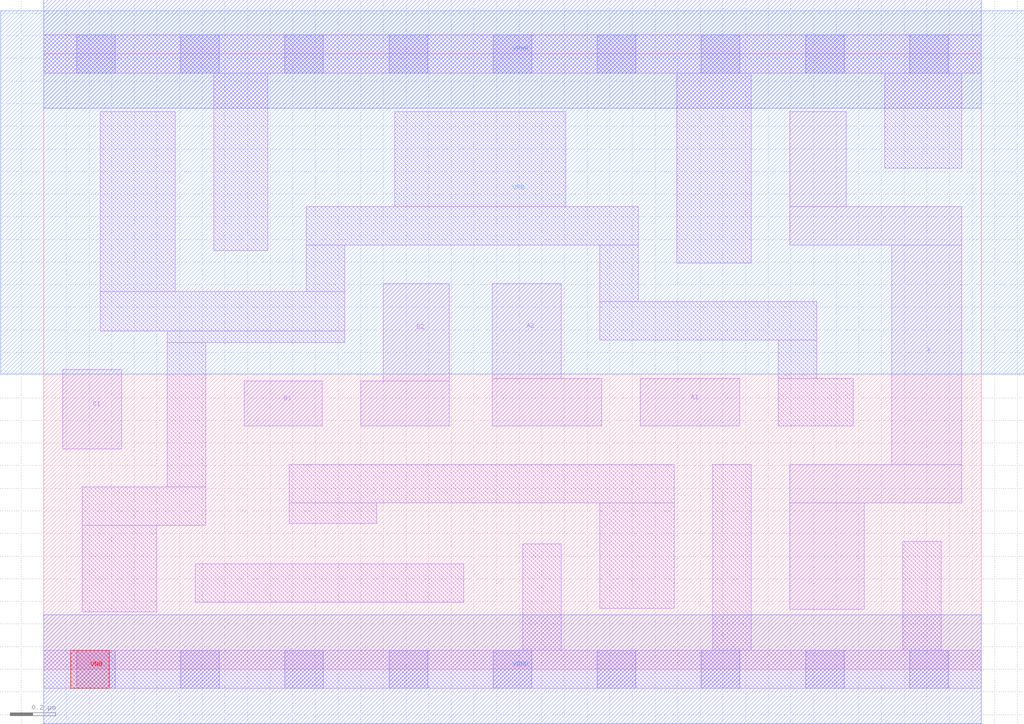
<source format=lef>
# Copyright 2020 The SkyWater PDK Authors
#
# Licensed under the Apache License, Version 2.0 (the "License");
# you may not use this file except in compliance with the License.
# You may obtain a copy of the License at
#
#     https://www.apache.org/licenses/LICENSE-2.0
#
# Unless required by applicable law or agreed to in writing, software
# distributed under the License is distributed on an "AS IS" BASIS,
# WITHOUT WARRANTIES OR CONDITIONS OF ANY KIND, either express or implied.
# See the License for the specific language governing permissions and
# limitations under the License.
#
# SPDX-License-Identifier: Apache-2.0

VERSION 5.7 ;
  NOWIREEXTENSIONATPIN ON ;
  DIVIDERCHAR "/" ;
  BUSBITCHARS "[]" ;
MACRO sky130_fd_sc_hd__o221a_2
  CLASS CORE ;
  FOREIGN sky130_fd_sc_hd__o221a_2 ;
  ORIGIN  0.000000  0.000000 ;
  SIZE  4.140000 BY  2.720000 ;
  SYMMETRY X Y R90 ;
  SITE unithd ;
  PIN A1
    ANTENNAGATEAREA  0.247500 ;
    DIRECTION INPUT ;
    USE SIGNAL ;
    PORT
      LAYER li1 ;
        RECT 2.635000 1.075000 3.075000 1.285000 ;
    END
  END A1
  PIN A2
    ANTENNAGATEAREA  0.247500 ;
    DIRECTION INPUT ;
    USE SIGNAL ;
    PORT
      LAYER li1 ;
        RECT 1.980000 1.075000 2.465000 1.285000 ;
        RECT 1.980000 1.285000 2.285000 1.705000 ;
    END
  END A2
  PIN B1
    ANTENNAGATEAREA  0.247500 ;
    DIRECTION INPUT ;
    USE SIGNAL ;
    PORT
      LAYER li1 ;
        RECT 0.885000 1.075000 1.230000 1.275000 ;
    END
  END B1
  PIN B2
    ANTENNAGATEAREA  0.247500 ;
    DIRECTION INPUT ;
    USE SIGNAL ;
    PORT
      LAYER li1 ;
        RECT 1.400000 1.075000 1.790000 1.275000 ;
        RECT 1.500000 1.275000 1.790000 1.705000 ;
    END
  END B2
  PIN C1
    ANTENNAGATEAREA  0.247500 ;
    DIRECTION INPUT ;
    USE SIGNAL ;
    PORT
      LAYER li1 ;
        RECT 0.085000 0.975000 0.345000 1.325000 ;
    END
  END C1
  PIN VNB
    PORT
      LAYER pwell ;
        RECT 0.120000 -0.085000 0.290000 0.085000 ;
    END
  END VNB
  PIN VPB
    PORT
      LAYER nwell ;
        RECT -0.190000 1.305000 4.330000 2.910000 ;
    END
  END VPB
  PIN X
    ANTENNADIFFAREA  0.445500 ;
    DIRECTION OUTPUT ;
    USE SIGNAL ;
    PORT
      LAYER li1 ;
        RECT 3.295000 0.265000 3.625000 0.735000 ;
        RECT 3.295000 0.735000 4.055000 0.905000 ;
        RECT 3.295000 1.875000 4.055000 2.045000 ;
        RECT 3.295000 2.045000 3.545000 2.465000 ;
        RECT 3.745000 0.905000 4.055000 1.875000 ;
    END
  END X
  PIN VGND
    DIRECTION INOUT ;
    SHAPE ABUTMENT ;
    USE GROUND ;
    PORT
      LAYER met1 ;
        RECT 0.000000 -0.240000 4.140000 0.240000 ;
    END
  END VGND
  PIN VPWR
    DIRECTION INOUT ;
    SHAPE ABUTMENT ;
    USE POWER ;
    PORT
      LAYER met1 ;
        RECT 0.000000 2.480000 4.140000 2.960000 ;
    END
  END VPWR
  OBS
    LAYER li1 ;
      RECT 0.000000 -0.085000 4.140000 0.085000 ;
      RECT 0.000000  2.635000 4.140000 2.805000 ;
      RECT 0.170000  0.255000 0.500000 0.635000 ;
      RECT 0.170000  0.635000 0.715000 0.805000 ;
      RECT 0.250000  1.495000 1.330000 1.670000 ;
      RECT 0.250000  1.670000 0.580000 2.465000 ;
      RECT 0.545000  0.805000 0.715000 1.445000 ;
      RECT 0.545000  1.445000 1.330000 1.495000 ;
      RECT 0.670000  0.295000 1.855000 0.465000 ;
      RECT 0.750000  1.850000 0.990000 2.635000 ;
      RECT 1.085000  0.645000 1.470000 0.735000 ;
      RECT 1.085000  0.735000 2.785000 0.905000 ;
      RECT 1.160000  1.670000 1.330000 1.875000 ;
      RECT 1.160000  1.875000 2.625000 2.045000 ;
      RECT 1.550000  2.045000 2.305000 2.465000 ;
      RECT 2.115000  0.085000 2.285000 0.555000 ;
      RECT 2.455000  0.270000 2.785000 0.735000 ;
      RECT 2.455000  1.455000 3.415000 1.625000 ;
      RECT 2.455000  1.625000 2.625000 1.875000 ;
      RECT 2.795000  1.795000 3.125000 2.635000 ;
      RECT 2.955000  0.085000 3.125000 0.905000 ;
      RECT 3.245000  1.075000 3.575000 1.285000 ;
      RECT 3.245000  1.285000 3.415000 1.455000 ;
      RECT 3.715000  2.215000 4.055000 2.635000 ;
      RECT 3.795000  0.085000 3.965000 0.565000 ;
    LAYER mcon ;
      RECT 0.145000 -0.085000 0.315000 0.085000 ;
      RECT 0.145000  2.635000 0.315000 2.805000 ;
      RECT 0.605000 -0.085000 0.775000 0.085000 ;
      RECT 0.605000  2.635000 0.775000 2.805000 ;
      RECT 1.065000 -0.085000 1.235000 0.085000 ;
      RECT 1.065000  2.635000 1.235000 2.805000 ;
      RECT 1.525000 -0.085000 1.695000 0.085000 ;
      RECT 1.525000  2.635000 1.695000 2.805000 ;
      RECT 1.985000 -0.085000 2.155000 0.085000 ;
      RECT 1.985000  2.635000 2.155000 2.805000 ;
      RECT 2.445000 -0.085000 2.615000 0.085000 ;
      RECT 2.445000  2.635000 2.615000 2.805000 ;
      RECT 2.905000 -0.085000 3.075000 0.085000 ;
      RECT 2.905000  2.635000 3.075000 2.805000 ;
      RECT 3.365000 -0.085000 3.535000 0.085000 ;
      RECT 3.365000  2.635000 3.535000 2.805000 ;
      RECT 3.825000 -0.085000 3.995000 0.085000 ;
      RECT 3.825000  2.635000 3.995000 2.805000 ;
  END
END sky130_fd_sc_hd__o221a_2
END LIBRARY

</source>
